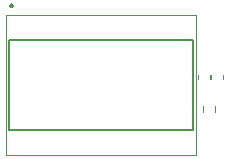
<source format=gbr>
%TF.GenerationSoftware,KiCad,Pcbnew,8.0.2*%
%TF.CreationDate,2024-08-28T15:29:28+05:30*%
%TF.ProjectId,CTF LED matrix,43544620-4c45-4442-906d-61747269782e,rev?*%
%TF.SameCoordinates,Original*%
%TF.FileFunction,Legend,Bot*%
%TF.FilePolarity,Positive*%
%FSLAX46Y46*%
G04 Gerber Fmt 4.6, Leading zero omitted, Abs format (unit mm)*
G04 Created by KiCad (PCBNEW 8.0.2) date 2024-08-28 15:29:28*
%MOMM*%
%LPD*%
G01*
G04 APERTURE LIST*
%ADD10C,0.050000*%
%ADD11C,0.120000*%
%ADD12C,0.127000*%
%ADD13C,0.200000*%
G04 APERTURE END LIST*
D10*
X137616820Y-93769670D02*
X153716820Y-93769690D01*
D11*
X154970630Y-87036980D02*
X154970630Y-87318180D01*
D10*
X137616840Y-81909670D02*
X153716840Y-81909690D01*
D11*
X154297130Y-89621880D02*
X154297130Y-90096480D01*
D10*
X153716840Y-81909690D02*
X153716820Y-93769690D01*
X137616840Y-81909670D02*
X137616820Y-93769670D01*
D11*
X155342130Y-89621880D02*
X155342130Y-90096480D01*
X155990630Y-87036980D02*
X155990630Y-87318180D01*
D12*
X153466830Y-84039690D02*
X153466830Y-91639690D01*
D13*
X138065950Y-81231260D02*
X138091840Y-81234670D01*
X138021130Y-81205380D02*
X138041840Y-81221270D01*
X138005230Y-81184670D02*
X138021130Y-81205380D01*
X137991840Y-81134670D02*
X137995240Y-81160550D01*
X138178440Y-81084670D02*
X138162550Y-81063960D01*
X138021130Y-81063960D02*
X138005230Y-81084670D01*
X138117720Y-81038080D02*
X138091840Y-81034670D01*
D12*
X137866830Y-91639670D02*
X153466830Y-91639690D01*
D13*
X138041840Y-81048070D02*
X138021130Y-81063960D01*
X138065950Y-81038080D02*
X138041840Y-81048070D01*
X138188430Y-81108790D02*
X138178440Y-81084670D01*
X138117720Y-81231260D02*
X138141840Y-81221270D01*
X138021130Y-81205380D02*
X138041840Y-81221270D01*
D12*
X153466830Y-84039690D02*
X153466830Y-91639690D01*
D13*
X138091840Y-81034670D02*
X138065950Y-81038080D01*
X138162550Y-81063960D02*
X138141840Y-81048070D01*
X138021130Y-81063960D02*
X138005230Y-81084670D01*
X138178440Y-81184670D02*
X138188430Y-81160550D01*
X138188430Y-81160550D02*
X138191840Y-81134670D01*
X138178440Y-81184670D02*
X138188430Y-81160550D01*
X138091840Y-81234670D02*
X138117720Y-81231260D01*
X138005230Y-81084670D02*
X137995240Y-81108790D01*
D12*
X137866830Y-84039670D02*
X153466830Y-84039690D01*
D11*
X154904830Y-87034680D02*
X154904830Y-87315880D01*
D12*
X137866830Y-84039670D02*
X137866830Y-91639670D01*
D13*
X137995240Y-81160550D02*
X138005230Y-81184670D01*
X138091840Y-81234670D02*
X138117720Y-81231260D01*
X138188430Y-81108790D02*
X138178440Y-81084670D01*
X138162550Y-81205380D02*
X138178440Y-81184670D01*
X138162550Y-81205380D02*
X138178440Y-81184670D01*
X138141840Y-81221270D02*
X138162550Y-81205380D01*
X138041840Y-81221270D02*
X138065950Y-81231260D01*
X137995240Y-81108790D02*
X137991840Y-81134670D01*
X138141840Y-81048070D02*
X138117720Y-81038080D01*
X138065950Y-81038080D02*
X138041840Y-81048070D01*
X138191840Y-81134670D02*
X138188430Y-81108790D01*
X138065950Y-81231260D02*
X138091840Y-81234670D01*
X138162550Y-81063960D02*
X138141840Y-81048070D01*
X138117720Y-81038080D02*
X138091840Y-81034670D01*
X138005230Y-81184670D02*
X138021130Y-81205380D01*
X138091840Y-81034670D02*
X138065950Y-81038080D01*
D12*
X137866830Y-84039670D02*
X137866830Y-91639670D01*
D13*
X138041840Y-81221270D02*
X138065950Y-81231260D01*
X138041840Y-81048070D02*
X138021130Y-81063960D01*
X137995240Y-81160550D02*
X138005230Y-81184670D01*
X138005230Y-81084670D02*
X137995240Y-81108790D01*
X137995240Y-81108790D02*
X137991840Y-81134670D01*
X138178440Y-81084670D02*
X138162550Y-81063960D01*
X138191840Y-81134670D02*
X138188430Y-81108790D01*
X138188430Y-81160550D02*
X138191840Y-81134670D01*
X138117720Y-81231260D02*
X138141840Y-81221270D01*
D11*
X153884830Y-87034680D02*
X153884830Y-87315880D01*
D13*
X138141840Y-81221270D02*
X138162550Y-81205380D01*
X138141840Y-81048070D02*
X138117720Y-81038080D01*
X137991840Y-81134670D02*
X137995240Y-81160550D01*
M02*

</source>
